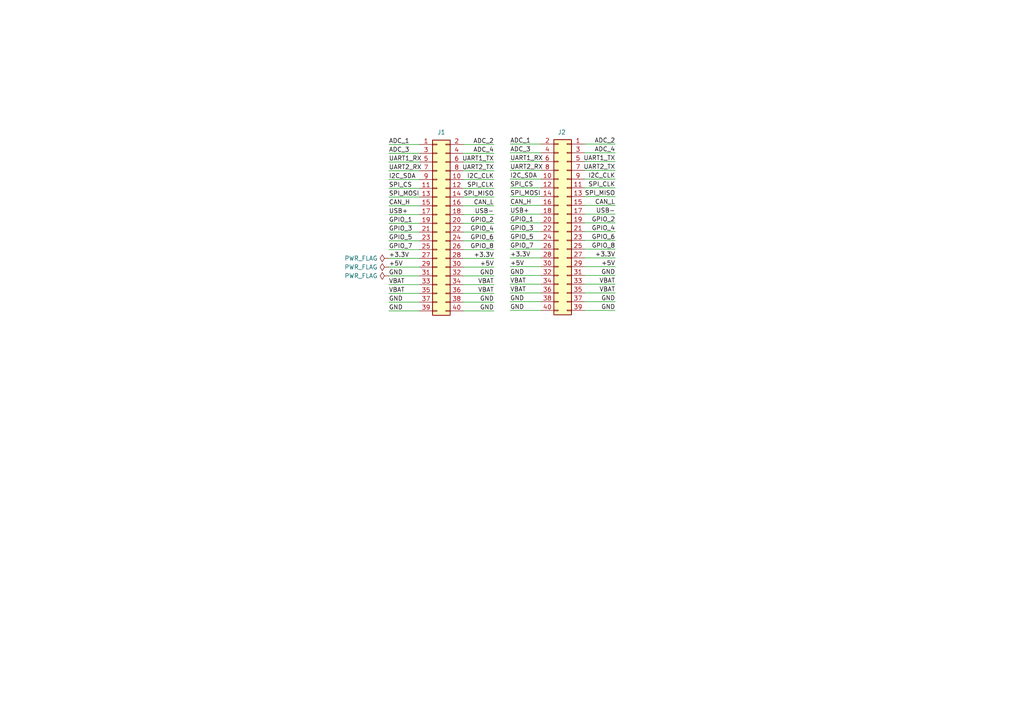
<source format=kicad_sch>
(kicad_sch (version 20230121) (generator eeschema)

  (uuid 988ee502-8596-4ebe-9b99-0eb76e7d156a)

  (paper "A4")

  (lib_symbols
    (symbol "Connector_Generic:Conn_02x20_Odd_Even" (pin_names (offset 1.016) hide) (in_bom yes) (on_board yes)
      (property "Reference" "J" (at 1.27 25.4 0)
        (effects (font (size 1.27 1.27)))
      )
      (property "Value" "Conn_02x20_Odd_Even" (at 1.27 -27.94 0)
        (effects (font (size 1.27 1.27)))
      )
      (property "Footprint" "" (at 0 0 0)
        (effects (font (size 1.27 1.27)) hide)
      )
      (property "Datasheet" "~" (at 0 0 0)
        (effects (font (size 1.27 1.27)) hide)
      )
      (property "ki_keywords" "connector" (at 0 0 0)
        (effects (font (size 1.27 1.27)) hide)
      )
      (property "ki_description" "Generic connector, double row, 02x20, odd/even pin numbering scheme (row 1 odd numbers, row 2 even numbers), script generated (kicad-library-utils/schlib/autogen/connector/)" (at 0 0 0)
        (effects (font (size 1.27 1.27)) hide)
      )
      (property "ki_fp_filters" "Connector*:*_2x??_*" (at 0 0 0)
        (effects (font (size 1.27 1.27)) hide)
      )
      (symbol "Conn_02x20_Odd_Even_1_1"
        (rectangle (start -1.27 -25.273) (end 0 -25.527)
          (stroke (width 0.1524) (type default))
          (fill (type none))
        )
        (rectangle (start -1.27 -22.733) (end 0 -22.987)
          (stroke (width 0.1524) (type default))
          (fill (type none))
        )
        (rectangle (start -1.27 -20.193) (end 0 -20.447)
          (stroke (width 0.1524) (type default))
          (fill (type none))
        )
        (rectangle (start -1.27 -17.653) (end 0 -17.907)
          (stroke (width 0.1524) (type default))
          (fill (type none))
        )
        (rectangle (start -1.27 -15.113) (end 0 -15.367)
          (stroke (width 0.1524) (type default))
          (fill (type none))
        )
        (rectangle (start -1.27 -12.573) (end 0 -12.827)
          (stroke (width 0.1524) (type default))
          (fill (type none))
        )
        (rectangle (start -1.27 -10.033) (end 0 -10.287)
          (stroke (width 0.1524) (type default))
          (fill (type none))
        )
        (rectangle (start -1.27 -7.493) (end 0 -7.747)
          (stroke (width 0.1524) (type default))
          (fill (type none))
        )
        (rectangle (start -1.27 -4.953) (end 0 -5.207)
          (stroke (width 0.1524) (type default))
          (fill (type none))
        )
        (rectangle (start -1.27 -2.413) (end 0 -2.667)
          (stroke (width 0.1524) (type default))
          (fill (type none))
        )
        (rectangle (start -1.27 0.127) (end 0 -0.127)
          (stroke (width 0.1524) (type default))
          (fill (type none))
        )
        (rectangle (start -1.27 2.667) (end 0 2.413)
          (stroke (width 0.1524) (type default))
          (fill (type none))
        )
        (rectangle (start -1.27 5.207) (end 0 4.953)
          (stroke (width 0.1524) (type default))
          (fill (type none))
        )
        (rectangle (start -1.27 7.747) (end 0 7.493)
          (stroke (width 0.1524) (type default))
          (fill (type none))
        )
        (rectangle (start -1.27 10.287) (end 0 10.033)
          (stroke (width 0.1524) (type default))
          (fill (type none))
        )
        (rectangle (start -1.27 12.827) (end 0 12.573)
          (stroke (width 0.1524) (type default))
          (fill (type none))
        )
        (rectangle (start -1.27 15.367) (end 0 15.113)
          (stroke (width 0.1524) (type default))
          (fill (type none))
        )
        (rectangle (start -1.27 17.907) (end 0 17.653)
          (stroke (width 0.1524) (type default))
          (fill (type none))
        )
        (rectangle (start -1.27 20.447) (end 0 20.193)
          (stroke (width 0.1524) (type default))
          (fill (type none))
        )
        (rectangle (start -1.27 22.987) (end 0 22.733)
          (stroke (width 0.1524) (type default))
          (fill (type none))
        )
        (rectangle (start -1.27 24.13) (end 3.81 -26.67)
          (stroke (width 0.254) (type default))
          (fill (type background))
        )
        (rectangle (start 3.81 -25.273) (end 2.54 -25.527)
          (stroke (width 0.1524) (type default))
          (fill (type none))
        )
        (rectangle (start 3.81 -22.733) (end 2.54 -22.987)
          (stroke (width 0.1524) (type default))
          (fill (type none))
        )
        (rectangle (start 3.81 -20.193) (end 2.54 -20.447)
          (stroke (width 0.1524) (type default))
          (fill (type none))
        )
        (rectangle (start 3.81 -17.653) (end 2.54 -17.907)
          (stroke (width 0.1524) (type default))
          (fill (type none))
        )
        (rectangle (start 3.81 -15.113) (end 2.54 -15.367)
          (stroke (width 0.1524) (type default))
          (fill (type none))
        )
        (rectangle (start 3.81 -12.573) (end 2.54 -12.827)
          (stroke (width 0.1524) (type default))
          (fill (type none))
        )
        (rectangle (start 3.81 -10.033) (end 2.54 -10.287)
          (stroke (width 0.1524) (type default))
          (fill (type none))
        )
        (rectangle (start 3.81 -7.493) (end 2.54 -7.747)
          (stroke (width 0.1524) (type default))
          (fill (type none))
        )
        (rectangle (start 3.81 -4.953) (end 2.54 -5.207)
          (stroke (width 0.1524) (type default))
          (fill (type none))
        )
        (rectangle (start 3.81 -2.413) (end 2.54 -2.667)
          (stroke (width 0.1524) (type default))
          (fill (type none))
        )
        (rectangle (start 3.81 0.127) (end 2.54 -0.127)
          (stroke (width 0.1524) (type default))
          (fill (type none))
        )
        (rectangle (start 3.81 2.667) (end 2.54 2.413)
          (stroke (width 0.1524) (type default))
          (fill (type none))
        )
        (rectangle (start 3.81 5.207) (end 2.54 4.953)
          (stroke (width 0.1524) (type default))
          (fill (type none))
        )
        (rectangle (start 3.81 7.747) (end 2.54 7.493)
          (stroke (width 0.1524) (type default))
          (fill (type none))
        )
        (rectangle (start 3.81 10.287) (end 2.54 10.033)
          (stroke (width 0.1524) (type default))
          (fill (type none))
        )
        (rectangle (start 3.81 12.827) (end 2.54 12.573)
          (stroke (width 0.1524) (type default))
          (fill (type none))
        )
        (rectangle (start 3.81 15.367) (end 2.54 15.113)
          (stroke (width 0.1524) (type default))
          (fill (type none))
        )
        (rectangle (start 3.81 17.907) (end 2.54 17.653)
          (stroke (width 0.1524) (type default))
          (fill (type none))
        )
        (rectangle (start 3.81 20.447) (end 2.54 20.193)
          (stroke (width 0.1524) (type default))
          (fill (type none))
        )
        (rectangle (start 3.81 22.987) (end 2.54 22.733)
          (stroke (width 0.1524) (type default))
          (fill (type none))
        )
        (pin passive line (at -5.08 22.86 0) (length 3.81)
          (name "Pin_1" (effects (font (size 1.27 1.27))))
          (number "1" (effects (font (size 1.27 1.27))))
        )
        (pin passive line (at 7.62 12.7 180) (length 3.81)
          (name "Pin_10" (effects (font (size 1.27 1.27))))
          (number "10" (effects (font (size 1.27 1.27))))
        )
        (pin passive line (at -5.08 10.16 0) (length 3.81)
          (name "Pin_11" (effects (font (size 1.27 1.27))))
          (number "11" (effects (font (size 1.27 1.27))))
        )
        (pin passive line (at 7.62 10.16 180) (length 3.81)
          (name "Pin_12" (effects (font (size 1.27 1.27))))
          (number "12" (effects (font (size 1.27 1.27))))
        )
        (pin passive line (at -5.08 7.62 0) (length 3.81)
          (name "Pin_13" (effects (font (size 1.27 1.27))))
          (number "13" (effects (font (size 1.27 1.27))))
        )
        (pin passive line (at 7.62 7.62 180) (length 3.81)
          (name "Pin_14" (effects (font (size 1.27 1.27))))
          (number "14" (effects (font (size 1.27 1.27))))
        )
        (pin passive line (at -5.08 5.08 0) (length 3.81)
          (name "Pin_15" (effects (font (size 1.27 1.27))))
          (number "15" (effects (font (size 1.27 1.27))))
        )
        (pin passive line (at 7.62 5.08 180) (length 3.81)
          (name "Pin_16" (effects (font (size 1.27 1.27))))
          (number "16" (effects (font (size 1.27 1.27))))
        )
        (pin passive line (at -5.08 2.54 0) (length 3.81)
          (name "Pin_17" (effects (font (size 1.27 1.27))))
          (number "17" (effects (font (size 1.27 1.27))))
        )
        (pin passive line (at 7.62 2.54 180) (length 3.81)
          (name "Pin_18" (effects (font (size 1.27 1.27))))
          (number "18" (effects (font (size 1.27 1.27))))
        )
        (pin passive line (at -5.08 0 0) (length 3.81)
          (name "Pin_19" (effects (font (size 1.27 1.27))))
          (number "19" (effects (font (size 1.27 1.27))))
        )
        (pin passive line (at 7.62 22.86 180) (length 3.81)
          (name "Pin_2" (effects (font (size 1.27 1.27))))
          (number "2" (effects (font (size 1.27 1.27))))
        )
        (pin passive line (at 7.62 0 180) (length 3.81)
          (name "Pin_20" (effects (font (size 1.27 1.27))))
          (number "20" (effects (font (size 1.27 1.27))))
        )
        (pin passive line (at -5.08 -2.54 0) (length 3.81)
          (name "Pin_21" (effects (font (size 1.27 1.27))))
          (number "21" (effects (font (size 1.27 1.27))))
        )
        (pin passive line (at 7.62 -2.54 180) (length 3.81)
          (name "Pin_22" (effects (font (size 1.27 1.27))))
          (number "22" (effects (font (size 1.27 1.27))))
        )
        (pin passive line (at -5.08 -5.08 0) (length 3.81)
          (name "Pin_23" (effects (font (size 1.27 1.27))))
          (number "23" (effects (font (size 1.27 1.27))))
        )
        (pin passive line (at 7.62 -5.08 180) (length 3.81)
          (name "Pin_24" (effects (font (size 1.27 1.27))))
          (number "24" (effects (font (size 1.27 1.27))))
        )
        (pin passive line (at -5.08 -7.62 0) (length 3.81)
          (name "Pin_25" (effects (font (size 1.27 1.27))))
          (number "25" (effects (font (size 1.27 1.27))))
        )
        (pin passive line (at 7.62 -7.62 180) (length 3.81)
          (name "Pin_26" (effects (font (size 1.27 1.27))))
          (number "26" (effects (font (size 1.27 1.27))))
        )
        (pin passive line (at -5.08 -10.16 0) (length 3.81)
          (name "Pin_27" (effects (font (size 1.27 1.27))))
          (number "27" (effects (font (size 1.27 1.27))))
        )
        (pin passive line (at 7.62 -10.16 180) (length 3.81)
          (name "Pin_28" (effects (font (size 1.27 1.27))))
          (number "28" (effects (font (size 1.27 1.27))))
        )
        (pin passive line (at -5.08 -12.7 0) (length 3.81)
          (name "Pin_29" (effects (font (size 1.27 1.27))))
          (number "29" (effects (font (size 1.27 1.27))))
        )
        (pin passive line (at -5.08 20.32 0) (length 3.81)
          (name "Pin_3" (effects (font (size 1.27 1.27))))
          (number "3" (effects (font (size 1.27 1.27))))
        )
        (pin passive line (at 7.62 -12.7 180) (length 3.81)
          (name "Pin_30" (effects (font (size 1.27 1.27))))
          (number "30" (effects (font (size 1.27 1.27))))
        )
        (pin passive line (at -5.08 -15.24 0) (length 3.81)
          (name "Pin_31" (effects (font (size 1.27 1.27))))
          (number "31" (effects (font (size 1.27 1.27))))
        )
        (pin passive line (at 7.62 -15.24 180) (length 3.81)
          (name "Pin_32" (effects (font (size 1.27 1.27))))
          (number "32" (effects (font (size 1.27 1.27))))
        )
        (pin passive line (at -5.08 -17.78 0) (length 3.81)
          (name "Pin_33" (effects (font (size 1.27 1.27))))
          (number "33" (effects (font (size 1.27 1.27))))
        )
        (pin passive line (at 7.62 -17.78 180) (length 3.81)
          (name "Pin_34" (effects (font (size 1.27 1.27))))
          (number "34" (effects (font (size 1.27 1.27))))
        )
        (pin passive line (at -5.08 -20.32 0) (length 3.81)
          (name "Pin_35" (effects (font (size 1.27 1.27))))
          (number "35" (effects (font (size 1.27 1.27))))
        )
        (pin passive line (at 7.62 -20.32 180) (length 3.81)
          (name "Pin_36" (effects (font (size 1.27 1.27))))
          (number "36" (effects (font (size 1.27 1.27))))
        )
        (pin passive line (at -5.08 -22.86 0) (length 3.81)
          (name "Pin_37" (effects (font (size 1.27 1.27))))
          (number "37" (effects (font (size 1.27 1.27))))
        )
        (pin passive line (at 7.62 -22.86 180) (length 3.81)
          (name "Pin_38" (effects (font (size 1.27 1.27))))
          (number "38" (effects (font (size 1.27 1.27))))
        )
        (pin passive line (at -5.08 -25.4 0) (length 3.81)
          (name "Pin_39" (effects (font (size 1.27 1.27))))
          (number "39" (effects (font (size 1.27 1.27))))
        )
        (pin passive line (at 7.62 20.32 180) (length 3.81)
          (name "Pin_4" (effects (font (size 1.27 1.27))))
          (number "4" (effects (font (size 1.27 1.27))))
        )
        (pin passive line (at 7.62 -25.4 180) (length 3.81)
          (name "Pin_40" (effects (font (size 1.27 1.27))))
          (number "40" (effects (font (size 1.27 1.27))))
        )
        (pin passive line (at -5.08 17.78 0) (length 3.81)
          (name "Pin_5" (effects (font (size 1.27 1.27))))
          (number "5" (effects (font (size 1.27 1.27))))
        )
        (pin passive line (at 7.62 17.78 180) (length 3.81)
          (name "Pin_6" (effects (font (size 1.27 1.27))))
          (number "6" (effects (font (size 1.27 1.27))))
        )
        (pin passive line (at -5.08 15.24 0) (length 3.81)
          (name "Pin_7" (effects (font (size 1.27 1.27))))
          (number "7" (effects (font (size 1.27 1.27))))
        )
        (pin passive line (at 7.62 15.24 180) (length 3.81)
          (name "Pin_8" (effects (font (size 1.27 1.27))))
          (number "8" (effects (font (size 1.27 1.27))))
        )
        (pin passive line (at -5.08 12.7 0) (length 3.81)
          (name "Pin_9" (effects (font (size 1.27 1.27))))
          (number "9" (effects (font (size 1.27 1.27))))
        )
      )
    )
    (symbol "power:PWR_FLAG" (power) (pin_numbers hide) (pin_names (offset 0) hide) (in_bom yes) (on_board yes)
      (property "Reference" "#FLG" (at 0 1.905 0)
        (effects (font (size 1.27 1.27)) hide)
      )
      (property "Value" "PWR_FLAG" (at 0 3.81 0)
        (effects (font (size 1.27 1.27)))
      )
      (property "Footprint" "" (at 0 0 0)
        (effects (font (size 1.27 1.27)) hide)
      )
      (property "Datasheet" "~" (at 0 0 0)
        (effects (font (size 1.27 1.27)) hide)
      )
      (property "ki_keywords" "flag power" (at 0 0 0)
        (effects (font (size 1.27 1.27)) hide)
      )
      (property "ki_description" "Special symbol for telling ERC where power comes from" (at 0 0 0)
        (effects (font (size 1.27 1.27)) hide)
      )
      (symbol "PWR_FLAG_0_0"
        (pin power_out line (at 0 0 90) (length 0)
          (name "pwr" (effects (font (size 1.27 1.27))))
          (number "1" (effects (font (size 1.27 1.27))))
        )
      )
      (symbol "PWR_FLAG_0_1"
        (polyline
          (pts
            (xy 0 0)
            (xy 0 1.27)
            (xy -1.016 1.905)
            (xy 0 2.54)
            (xy 1.016 1.905)
            (xy 0 1.27)
          )
          (stroke (width 0) (type default))
          (fill (type none))
        )
      )
    )
  )


  (wire (pts (xy 147.955 90.043) (xy 156.845 90.043))
    (stroke (width 0) (type default))
    (uuid 019aafce-8cd4-4866-8fcc-63342892204c)
  )
  (wire (pts (xy 178.435 44.323) (xy 169.545 44.323))
    (stroke (width 0) (type default))
    (uuid 0857c40b-ebde-492c-8f73-5e1a50d799f9)
  )
  (wire (pts (xy 112.776 44.45) (xy 121.666 44.45))
    (stroke (width 0) (type default))
    (uuid 121d5ce6-df69-44e5-a6da-caa1cb5a0820)
  )
  (wire (pts (xy 147.955 72.263) (xy 156.845 72.263))
    (stroke (width 0) (type default))
    (uuid 126c2fdc-7888-4c68-8fd8-aca72f91e1f8)
  )
  (wire (pts (xy 178.435 62.103) (xy 169.545 62.103))
    (stroke (width 0) (type default))
    (uuid 15525732-e111-4bf8-a9c0-16caecf172ea)
  )
  (wire (pts (xy 143.256 82.55) (xy 134.366 82.55))
    (stroke (width 0) (type default))
    (uuid 2195f231-83e8-497c-b419-7cd1886ac6a3)
  )
  (wire (pts (xy 147.955 41.783) (xy 156.845 41.783))
    (stroke (width 0) (type default))
    (uuid 2edb88c2-5683-4be9-9f53-4e7a09cfadf0)
  )
  (wire (pts (xy 178.435 82.423) (xy 169.545 82.423))
    (stroke (width 0) (type default))
    (uuid 35c463c7-899a-49f3-ac18-507738690d43)
  )
  (wire (pts (xy 178.435 57.023) (xy 169.545 57.023))
    (stroke (width 0) (type default))
    (uuid 35e67bde-4842-487f-b141-6aaf69b10594)
  )
  (wire (pts (xy 143.256 64.77) (xy 134.366 64.77))
    (stroke (width 0) (type default))
    (uuid 35f52372-0424-41e9-b3a1-d5d56431edf2)
  )
  (wire (pts (xy 112.776 59.69) (xy 121.666 59.69))
    (stroke (width 0) (type default))
    (uuid 3971e7b1-8ca7-4b67-a549-d48449884ff7)
  )
  (wire (pts (xy 143.256 54.61) (xy 134.366 54.61))
    (stroke (width 0) (type default))
    (uuid 3ab01330-0f28-40cc-94b8-60b847d3bd8f)
  )
  (wire (pts (xy 112.776 85.09) (xy 121.666 85.09))
    (stroke (width 0) (type default))
    (uuid 3d7ab6df-338b-428f-a1df-d54f22b22153)
  )
  (wire (pts (xy 112.776 72.39) (xy 121.666 72.39))
    (stroke (width 0) (type default))
    (uuid 3f6e4df5-f81b-46b3-98b9-9ecfa674ac0b)
  )
  (wire (pts (xy 178.435 64.643) (xy 169.545 64.643))
    (stroke (width 0) (type default))
    (uuid 4100cea3-4584-4e0f-9f82-c3e7b678ad88)
  )
  (wire (pts (xy 178.435 41.783) (xy 169.545 41.783))
    (stroke (width 0) (type default))
    (uuid 41caa600-acbc-4ea7-9b11-f667c15ae2c5)
  )
  (wire (pts (xy 147.955 57.023) (xy 156.845 57.023))
    (stroke (width 0) (type default))
    (uuid 46a962b1-75a8-4114-a23a-aea216ab6ed0)
  )
  (wire (pts (xy 178.435 72.263) (xy 169.545 72.263))
    (stroke (width 0) (type default))
    (uuid 4d9815a7-e5f7-407c-b767-539c8e53ef7f)
  )
  (wire (pts (xy 112.776 57.15) (xy 121.666 57.15))
    (stroke (width 0) (type default))
    (uuid 50f5a23b-acaa-4dd5-b049-a8b6dc1a6c20)
  )
  (wire (pts (xy 143.256 67.31) (xy 134.366 67.31))
    (stroke (width 0) (type default))
    (uuid 526282b2-3901-4311-ab4e-d675a142d661)
  )
  (wire (pts (xy 147.955 74.803) (xy 156.845 74.803))
    (stroke (width 0) (type default))
    (uuid 5b69f10c-488e-493b-acec-c97d6c048d02)
  )
  (wire (pts (xy 178.435 51.943) (xy 169.545 51.943))
    (stroke (width 0) (type default))
    (uuid 5c47a10b-cf1a-4b85-b3f7-b5fb6ee9418b)
  )
  (wire (pts (xy 112.776 69.85) (xy 121.666 69.85))
    (stroke (width 0) (type default))
    (uuid 5d8ea926-f8bf-4aa3-8209-52bbab9af890)
  )
  (wire (pts (xy 147.955 87.503) (xy 156.845 87.503))
    (stroke (width 0) (type default))
    (uuid 5f37152f-9f8d-4a05-a4ed-63c931f188e3)
  )
  (wire (pts (xy 147.955 77.343) (xy 156.845 77.343))
    (stroke (width 0) (type default))
    (uuid 5f41b72f-ee8a-4de9-8504-96a521bfb0e9)
  )
  (wire (pts (xy 112.776 54.61) (xy 121.666 54.61))
    (stroke (width 0) (type default))
    (uuid 5fe68c06-cc17-430c-ac4c-aa986aa04eb2)
  )
  (wire (pts (xy 143.256 59.69) (xy 134.366 59.69))
    (stroke (width 0) (type default))
    (uuid 607c89d8-ca95-43eb-872c-3028740720ae)
  )
  (wire (pts (xy 143.256 85.09) (xy 134.366 85.09))
    (stroke (width 0) (type default))
    (uuid 69a98471-b1f3-42cb-bc4b-34e48e2ccf90)
  )
  (wire (pts (xy 112.776 67.31) (xy 121.666 67.31))
    (stroke (width 0) (type default))
    (uuid 6b4d7b5e-4e19-4778-9503-7d0f69f5464c)
  )
  (wire (pts (xy 147.955 49.403) (xy 156.845 49.403))
    (stroke (width 0) (type default))
    (uuid 7043e214-1385-42e4-8da4-284ad6fd0a2f)
  )
  (wire (pts (xy 147.955 46.863) (xy 156.845 46.863))
    (stroke (width 0) (type default))
    (uuid 72f43742-b6a0-4440-8ebc-5bcc492a1e77)
  )
  (wire (pts (xy 178.435 49.403) (xy 169.545 49.403))
    (stroke (width 0) (type default))
    (uuid 7439d059-8431-4d4c-b144-b8c63b938efe)
  )
  (wire (pts (xy 178.435 46.863) (xy 169.545 46.863))
    (stroke (width 0) (type default))
    (uuid 7451f06f-8d18-40ec-8c18-580c1cbb1b15)
  )
  (wire (pts (xy 112.776 80.01) (xy 121.666 80.01))
    (stroke (width 0) (type default))
    (uuid 80ef37a7-920f-4df4-a963-a617f2f6e9ce)
  )
  (wire (pts (xy 147.955 54.483) (xy 156.845 54.483))
    (stroke (width 0) (type default))
    (uuid 80fd41fe-9af2-4824-a62f-be3fe2174c04)
  )
  (wire (pts (xy 112.776 82.55) (xy 121.666 82.55))
    (stroke (width 0) (type default))
    (uuid 8227b76c-c4ac-4c18-90ca-01397c3bab3a)
  )
  (wire (pts (xy 178.435 69.723) (xy 169.545 69.723))
    (stroke (width 0) (type default))
    (uuid 85ee9fda-fba4-485a-9a53-9d301c60aa0a)
  )
  (wire (pts (xy 178.435 59.563) (xy 169.545 59.563))
    (stroke (width 0) (type default))
    (uuid 8be6aa91-20a0-4de1-a208-a27d126e8ce0)
  )
  (wire (pts (xy 143.256 69.85) (xy 134.366 69.85))
    (stroke (width 0) (type default))
    (uuid 9151d54c-f474-469e-acab-be6cfaac4b8d)
  )
  (wire (pts (xy 178.435 84.963) (xy 169.545 84.963))
    (stroke (width 0) (type default))
    (uuid 923a0741-7664-4c0c-b8f0-37905dc83f5c)
  )
  (wire (pts (xy 112.776 74.93) (xy 121.666 74.93))
    (stroke (width 0) (type default))
    (uuid 93472be8-473c-456d-8a88-491aaf9b0ba1)
  )
  (wire (pts (xy 143.256 77.47) (xy 134.366 77.47))
    (stroke (width 0) (type default))
    (uuid 9d44e1f2-56c8-446b-96e5-5e2d9a9d7f46)
  )
  (wire (pts (xy 112.776 41.91) (xy 121.666 41.91))
    (stroke (width 0) (type default))
    (uuid 9d715b28-d4e8-493c-848a-f01c19d39d40)
  )
  (wire (pts (xy 143.256 41.91) (xy 134.366 41.91))
    (stroke (width 0) (type default))
    (uuid 9f28294d-6ab5-4450-823d-b0188cc6fe74)
  )
  (wire (pts (xy 147.955 59.563) (xy 156.845 59.563))
    (stroke (width 0) (type default))
    (uuid a0ec73b0-ef04-4d53-b9ca-dcaaae3c4615)
  )
  (wire (pts (xy 143.256 90.17) (xy 134.366 90.17))
    (stroke (width 0) (type default))
    (uuid a166468d-9865-4095-9b6a-6c4bcd53f0e0)
  )
  (wire (pts (xy 178.435 54.483) (xy 169.545 54.483))
    (stroke (width 0) (type default))
    (uuid a5825f91-567b-41dc-abf9-d7f31b1bf820)
  )
  (wire (pts (xy 147.955 64.643) (xy 156.845 64.643))
    (stroke (width 0) (type default))
    (uuid a81438ae-dcea-478e-9c97-89260800be30)
  )
  (wire (pts (xy 178.435 67.183) (xy 169.545 67.183))
    (stroke (width 0) (type default))
    (uuid a962cb5c-b974-4f1d-aeb1-9af41ddb2b77)
  )
  (wire (pts (xy 143.256 62.23) (xy 134.366 62.23))
    (stroke (width 0) (type default))
    (uuid abee216a-8bfb-4ea3-8c60-50a30523530a)
  )
  (wire (pts (xy 143.256 87.63) (xy 134.366 87.63))
    (stroke (width 0) (type default))
    (uuid b0080b60-f0c5-4612-a528-d360f3ff2c06)
  )
  (wire (pts (xy 147.955 69.723) (xy 156.845 69.723))
    (stroke (width 0) (type default))
    (uuid b4f62389-a185-4ef2-bff7-bc8b9dff7f71)
  )
  (wire (pts (xy 143.256 72.39) (xy 134.366 72.39))
    (stroke (width 0) (type default))
    (uuid b94f4eeb-b5b1-4061-abd6-a9dce0f49fea)
  )
  (wire (pts (xy 178.435 90.043) (xy 169.545 90.043))
    (stroke (width 0) (type default))
    (uuid ba3a2e6a-6341-4e64-bc35-911c73b14c32)
  )
  (wire (pts (xy 143.256 44.45) (xy 134.366 44.45))
    (stroke (width 0) (type default))
    (uuid be01367f-145f-4994-a057-d6bacbe0daf7)
  )
  (wire (pts (xy 143.256 74.93) (xy 134.366 74.93))
    (stroke (width 0) (type default))
    (uuid be6aa8eb-f89e-49f7-b428-91d3dc2e704e)
  )
  (wire (pts (xy 147.955 44.323) (xy 156.845 44.323))
    (stroke (width 0) (type default))
    (uuid bf5ddb39-cf8b-498c-8a2a-266808489881)
  )
  (wire (pts (xy 112.776 52.07) (xy 121.666 52.07))
    (stroke (width 0) (type default))
    (uuid c21ad672-0beb-44ef-81ad-5485e2035733)
  )
  (wire (pts (xy 143.256 52.07) (xy 134.366 52.07))
    (stroke (width 0) (type default))
    (uuid c5c03a11-9e7f-4dfd-90e0-f22e264e68e9)
  )
  (wire (pts (xy 112.776 90.17) (xy 121.666 90.17))
    (stroke (width 0) (type default))
    (uuid c84270ee-5903-40d5-8bd8-55f7ceb0d454)
  )
  (wire (pts (xy 112.776 64.77) (xy 121.666 64.77))
    (stroke (width 0) (type default))
    (uuid cec0929d-c3a2-421c-9399-35d26b82ff83)
  )
  (wire (pts (xy 147.955 84.963) (xy 156.845 84.963))
    (stroke (width 0) (type default))
    (uuid cee89440-988f-474a-82e9-d04bf1a75cc9)
  )
  (wire (pts (xy 112.776 46.99) (xy 121.666 46.99))
    (stroke (width 0) (type default))
    (uuid cf38a7f0-d577-4a4d-b8ab-ea7ac24c2c9a)
  )
  (wire (pts (xy 178.435 74.803) (xy 169.545 74.803))
    (stroke (width 0) (type default))
    (uuid da4dfceb-5abb-4fc8-a80a-09cb41869b56)
  )
  (wire (pts (xy 112.776 49.53) (xy 121.666 49.53))
    (stroke (width 0) (type default))
    (uuid da5ac450-d503-48af-9cd7-5e21cb0c39ac)
  )
  (wire (pts (xy 147.955 79.883) (xy 156.845 79.883))
    (stroke (width 0) (type default))
    (uuid e1a43d4a-7785-4e45-aab1-53abe549121d)
  )
  (wire (pts (xy 112.776 62.23) (xy 121.666 62.23))
    (stroke (width 0) (type default))
    (uuid e769c896-9ea0-4450-883c-fbec363f6def)
  )
  (wire (pts (xy 178.435 79.883) (xy 169.545 79.883))
    (stroke (width 0) (type default))
    (uuid e78de41a-74b8-498d-a68d-2a59291cd70e)
  )
  (wire (pts (xy 147.955 67.183) (xy 156.845 67.183))
    (stroke (width 0) (type default))
    (uuid e7deb4bd-9acf-4203-aff1-bf4e3653963c)
  )
  (wire (pts (xy 147.955 82.423) (xy 156.845 82.423))
    (stroke (width 0) (type default))
    (uuid ec18444f-6606-49c6-a302-79f2ac1b8357)
  )
  (wire (pts (xy 178.435 77.343) (xy 169.545 77.343))
    (stroke (width 0) (type default))
    (uuid eca65570-a738-41a0-8184-cc2abba99447)
  )
  (wire (pts (xy 147.955 51.943) (xy 156.845 51.943))
    (stroke (width 0) (type default))
    (uuid ecf5fd30-0b46-4dd3-b5fa-5ab31d8a49bc)
  )
  (wire (pts (xy 112.776 77.47) (xy 121.666 77.47))
    (stroke (width 0) (type default))
    (uuid ed4d3bc4-82c6-4033-826b-7f9477865ff1)
  )
  (wire (pts (xy 112.776 87.63) (xy 121.666 87.63))
    (stroke (width 0) (type default))
    (uuid edf1693e-6829-4f2d-8cac-d62bcce5be52)
  )
  (wire (pts (xy 143.256 57.15) (xy 134.366 57.15))
    (stroke (width 0) (type default))
    (uuid ee5e8654-18d5-415f-ad88-659f9c373ee8)
  )
  (wire (pts (xy 147.955 62.103) (xy 156.845 62.103))
    (stroke (width 0) (type default))
    (uuid f0bd7750-39e1-42af-a3d6-d57129faac12)
  )
  (wire (pts (xy 178.435 87.503) (xy 169.545 87.503))
    (stroke (width 0) (type default))
    (uuid f2ae403e-bde7-43cd-9b66-d4ce43a3eb89)
  )
  (wire (pts (xy 143.256 46.99) (xy 134.366 46.99))
    (stroke (width 0) (type default))
    (uuid f48a8cfa-0cc0-4214-95e4-b16a1c4ac936)
  )
  (wire (pts (xy 143.256 49.53) (xy 134.366 49.53))
    (stroke (width 0) (type default))
    (uuid f49512ec-029c-47fa-b3f1-1e1f96c2e11d)
  )
  (wire (pts (xy 143.256 80.01) (xy 134.366 80.01))
    (stroke (width 0) (type default))
    (uuid f5166c6b-6153-4040-b626-8d5da15d9c6c)
  )

  (label "+5V" (at 143.256 77.47 180) (fields_autoplaced)
    (effects (font (size 1.27 1.27)) (justify right bottom))
    (uuid 00bad110-7f3e-4cd0-aa1e-3036e95ce1df)
  )
  (label "ADC_1" (at 147.955 41.783 0) (fields_autoplaced)
    (effects (font (size 1.27 1.27)) (justify left bottom))
    (uuid 0a4027ea-a1d9-4aa1-a76a-d057825e80d3)
  )
  (label "SPI_CS" (at 112.776 54.61 0) (fields_autoplaced)
    (effects (font (size 1.27 1.27)) (justify left bottom))
    (uuid 0bcdde2d-cc45-4f76-b382-9db41dca4721)
  )
  (label "GND" (at 143.256 87.63 180) (fields_autoplaced)
    (effects (font (size 1.27 1.27)) (justify right bottom))
    (uuid 0c38dbf4-cb08-4ccd-9fc3-28a2658708a2)
  )
  (label "USB+" (at 112.776 62.23 0) (fields_autoplaced)
    (effects (font (size 1.27 1.27)) (justify left bottom))
    (uuid 0cf10683-6964-407b-add7-eaa6eb292369)
  )
  (label "VBAT" (at 147.955 82.423 0) (fields_autoplaced)
    (effects (font (size 1.27 1.27)) (justify left bottom))
    (uuid 0f03f9fb-20c9-4635-9269-9097fcfb8d5a)
  )
  (label "SPI_MOSI" (at 147.955 57.023 0) (fields_autoplaced)
    (effects (font (size 1.27 1.27)) (justify left bottom))
    (uuid 0f672acd-c0cb-42dd-8596-ea35b089897c)
  )
  (label "I2C_CLK" (at 178.435 51.943 180) (fields_autoplaced)
    (effects (font (size 1.27 1.27)) (justify right bottom))
    (uuid 10ed8457-829f-4716-9ea0-453bee15587f)
  )
  (label "GPIO_1" (at 147.955 64.643 0) (fields_autoplaced)
    (effects (font (size 1.27 1.27)) (justify left bottom))
    (uuid 17911063-0533-46e1-b46b-e69ec78b20fd)
  )
  (label "GND" (at 147.955 79.883 0) (fields_autoplaced)
    (effects (font (size 1.27 1.27)) (justify left bottom))
    (uuid 17accbfc-d69d-4227-9c77-6db7d495a9e5)
  )
  (label "GPIO_2" (at 143.256 64.77 180) (fields_autoplaced)
    (effects (font (size 1.27 1.27)) (justify right bottom))
    (uuid 17b91261-03a1-4824-916a-182d4d12f4c6)
  )
  (label "UART2_RX" (at 147.955 49.403 0) (fields_autoplaced)
    (effects (font (size 1.27 1.27)) (justify left bottom))
    (uuid 1b74c7e5-24e9-4d9b-9833-f2ae5b05d96d)
  )
  (label "+3.3V" (at 143.256 74.93 180) (fields_autoplaced)
    (effects (font (size 1.27 1.27)) (justify right bottom))
    (uuid 206cdebc-ef91-471c-8f8b-efbc263a02a6)
  )
  (label "VBAT" (at 112.776 85.09 0) (fields_autoplaced)
    (effects (font (size 1.27 1.27)) (justify left bottom))
    (uuid 2b1e15e1-de0a-4e9f-a6c2-cbfb9d0417f1)
  )
  (label "I2C_SDA" (at 147.955 51.943 0) (fields_autoplaced)
    (effects (font (size 1.27 1.27)) (justify left bottom))
    (uuid 2c1f1b47-88d9-4e53-8dde-41aaf860b638)
  )
  (label "GPIO_1" (at 112.776 64.77 0) (fields_autoplaced)
    (effects (font (size 1.27 1.27)) (justify left bottom))
    (uuid 2c7b03b8-c590-4ec3-a804-3817fda100f7)
  )
  (label "CAN_L" (at 178.435 59.563 180) (fields_autoplaced)
    (effects (font (size 1.27 1.27)) (justify right bottom))
    (uuid 2f4755f8-7346-473b-8ded-6897a3ff0121)
  )
  (label "UART1_TX" (at 143.256 46.99 180) (fields_autoplaced)
    (effects (font (size 1.27 1.27)) (justify right bottom))
    (uuid 309f910b-3a5a-4753-a583-5409e35de977)
  )
  (label "ADC_2" (at 178.435 41.783 180) (fields_autoplaced)
    (effects (font (size 1.27 1.27)) (justify right bottom))
    (uuid 320c6688-d334-4943-b039-fbf128838105)
  )
  (label "ADC_3" (at 112.776 44.45 0) (fields_autoplaced)
    (effects (font (size 1.27 1.27)) (justify left bottom))
    (uuid 35d960bf-f112-46e7-8828-bbf077fc83fb)
  )
  (label "UART1_TX" (at 178.435 46.863 180) (fields_autoplaced)
    (effects (font (size 1.27 1.27)) (justify right bottom))
    (uuid 35f8fb05-8986-4229-8623-412123af8401)
  )
  (label "I2C_CLK" (at 143.256 52.07 180) (fields_autoplaced)
    (effects (font (size 1.27 1.27)) (justify right bottom))
    (uuid 3846936c-65d5-45b4-8257-8d12d6a27954)
  )
  (label "ADC_4" (at 143.256 44.45 180) (fields_autoplaced)
    (effects (font (size 1.27 1.27)) (justify right bottom))
    (uuid 38eea880-aca2-48a4-a28c-3d94518d471f)
  )
  (label "UART2_TX" (at 178.435 49.403 180) (fields_autoplaced)
    (effects (font (size 1.27 1.27)) (justify right bottom))
    (uuid 399a95a7-af86-450d-813f-4c56946a7f99)
  )
  (label "+3.3V" (at 178.435 74.803 180) (fields_autoplaced)
    (effects (font (size 1.27 1.27)) (justify right bottom))
    (uuid 3f29c458-5447-47b4-b9af-c8dc45cdd4ef)
  )
  (label "GPIO_5" (at 147.955 69.723 0) (fields_autoplaced)
    (effects (font (size 1.27 1.27)) (justify left bottom))
    (uuid 410628ec-f7f0-4cbd-8175-bd08e41ab2dd)
  )
  (label "GPIO_8" (at 143.256 72.39 180) (fields_autoplaced)
    (effects (font (size 1.27 1.27)) (justify right bottom))
    (uuid 49760998-e1fa-4fa9-8bf7-c63d133e3810)
  )
  (label "GND" (at 112.776 90.17 0) (fields_autoplaced)
    (effects (font (size 1.27 1.27)) (justify left bottom))
    (uuid 4ae29320-f593-4556-af46-f890f7b71a16)
  )
  (label "GPIO_7" (at 147.955 72.263 0) (fields_autoplaced)
    (effects (font (size 1.27 1.27)) (justify left bottom))
    (uuid 4d2f6269-2c3b-45d3-82bc-a67833bf5425)
  )
  (label "GPIO_4" (at 143.256 67.31 180) (fields_autoplaced)
    (effects (font (size 1.27 1.27)) (justify right bottom))
    (uuid 4f7364b1-4227-4706-86d3-3a808ca6db56)
  )
  (label "UART2_RX" (at 112.776 49.53 0) (fields_autoplaced)
    (effects (font (size 1.27 1.27)) (justify left bottom))
    (uuid 56dc2959-218a-402f-9e96-6f943dd352be)
  )
  (label "SPI_MISO" (at 178.435 57.023 180) (fields_autoplaced)
    (effects (font (size 1.27 1.27)) (justify right bottom))
    (uuid 59671b4e-a8bc-4a46-a7c1-a81b31f5bcc8)
  )
  (label "VBAT" (at 143.256 82.55 180) (fields_autoplaced)
    (effects (font (size 1.27 1.27)) (justify right bottom))
    (uuid 5c11b1e5-52fc-4cee-8ab5-c11725fc1012)
  )
  (label "GND" (at 147.955 90.043 0) (fields_autoplaced)
    (effects (font (size 1.27 1.27)) (justify left bottom))
    (uuid 5d58a8ea-916d-449b-ae5d-4e82e779e989)
  )
  (label "GPIO_5" (at 112.776 69.85 0) (fields_autoplaced)
    (effects (font (size 1.27 1.27)) (justify left bottom))
    (uuid 62683368-1633-47a2-8a24-86f120ea105b)
  )
  (label "VBAT" (at 147.955 84.963 0) (fields_autoplaced)
    (effects (font (size 1.27 1.27)) (justify left bottom))
    (uuid 637e34e9-2042-4e09-aa3a-711044135b23)
  )
  (label "VBAT" (at 178.435 82.423 180) (fields_autoplaced)
    (effects (font (size 1.27 1.27)) (justify right bottom))
    (uuid 640cdb5a-a39c-481c-9217-6c965257be54)
  )
  (label "GPIO_3" (at 147.955 67.183 0) (fields_autoplaced)
    (effects (font (size 1.27 1.27)) (justify left bottom))
    (uuid 650353ab-e9a7-453a-9bbf-b5dedd9ab7de)
  )
  (label "GPIO_7" (at 112.776 72.39 0) (fields_autoplaced)
    (effects (font (size 1.27 1.27)) (justify left bottom))
    (uuid 656cfa43-f0c4-4c93-9aa4-996bde103b7a)
  )
  (label "UART1_RX" (at 112.776 46.99 0) (fields_autoplaced)
    (effects (font (size 1.27 1.27)) (justify left bottom))
    (uuid 69049a7e-b253-4f34-8082-383d94002f63)
  )
  (label "SPI_MISO" (at 143.256 57.15 180) (fields_autoplaced)
    (effects (font (size 1.27 1.27)) (justify right bottom))
    (uuid 6a69d736-e404-4d2e-9404-6428b8119f64)
  )
  (label "SPI_MOSI" (at 112.776 57.15 0) (fields_autoplaced)
    (effects (font (size 1.27 1.27)) (justify left bottom))
    (uuid 6f438f7d-a217-40bd-9132-7d956b4bd3b6)
  )
  (label "GND" (at 143.256 90.17 180) (fields_autoplaced)
    (effects (font (size 1.27 1.27)) (justify right bottom))
    (uuid 71764e89-829b-407f-b2fa-38160271b3a8)
  )
  (label "GPIO_6" (at 178.435 69.723 180) (fields_autoplaced)
    (effects (font (size 1.27 1.27)) (justify right bottom))
    (uuid 718ad472-9a27-40e2-809e-928a3ace2649)
  )
  (label "+3.3V" (at 112.776 74.93 0) (fields_autoplaced)
    (effects (font (size 1.27 1.27)) (justify left bottom))
    (uuid 74392fbd-602e-4c6b-8021-6161e3c82dbe)
  )
  (label "CAN_H" (at 147.955 59.563 0) (fields_autoplaced)
    (effects (font (size 1.27 1.27)) (justify left bottom))
    (uuid 74506d53-a446-4dd4-b624-6fd20bcd5b04)
  )
  (label "GPIO_3" (at 112.776 67.31 0) (fields_autoplaced)
    (effects (font (size 1.27 1.27)) (justify left bottom))
    (uuid 78dbfdcc-3c73-4044-b048-fc8eae16ea22)
  )
  (label "+3.3V" (at 147.955 74.803 0) (fields_autoplaced)
    (effects (font (size 1.27 1.27)) (justify left bottom))
    (uuid 7d757ab4-ef2c-4a79-a84a-708a15fe62c9)
  )
  (label "VBAT" (at 143.256 85.09 180) (fields_autoplaced)
    (effects (font (size 1.27 1.27)) (justify right bottom))
    (uuid 7f54e456-3b3a-4b9c-9acc-eebfefffc676)
  )
  (label "VBAT" (at 178.435 84.963 180) (fields_autoplaced)
    (effects (font (size 1.27 1.27)) (justify right bottom))
    (uuid 818c562b-6988-480b-b9ef-4c713f774a05)
  )
  (label "GPIO_8" (at 178.435 72.263 180) (fields_autoplaced)
    (effects (font (size 1.27 1.27)) (justify right bottom))
    (uuid 8384f92d-9e81-42b3-acd5-0eaf6d93397b)
  )
  (label "+5V" (at 178.435 77.343 180) (fields_autoplaced)
    (effects (font (size 1.27 1.27)) (justify right bottom))
    (uuid 8bca9e00-f597-4345-aa6e-630b07d9b988)
  )
  (label "VBAT" (at 112.776 82.55 0) (fields_autoplaced)
    (effects (font (size 1.27 1.27)) (justify left bottom))
    (uuid 8c82a49c-eee7-4320-b93e-d21fff5b24bd)
  )
  (label "SPI_CLK" (at 143.256 54.61 180) (fields_autoplaced)
    (effects (font (size 1.27 1.27)) (justify right bottom))
    (uuid 9009df6f-56b4-43a2-a03a-37840da9f8b1)
  )
  (label "USB-" (at 178.435 62.103 180) (fields_autoplaced)
    (effects (font (size 1.27 1.27)) (justify right bottom))
    (uuid 952e3131-5b0e-45b5-b802-f7a6e745b54d)
  )
  (label "ADC_4" (at 178.435 44.323 180) (fields_autoplaced)
    (effects (font (size 1.27 1.27)) (justify right bottom))
    (uuid 9b4cf011-4c28-4c8c-bedd-2e472774570e)
  )
  (label "UART1_RX" (at 147.955 46.863 0) (fields_autoplaced)
    (effects (font (size 1.27 1.27)) (justify left bottom))
    (uuid 9b8a0029-78ac-485b-9197-d39f53fcf5e9)
  )
  (label "USB+" (at 147.955 62.103 0) (fields_autoplaced)
    (effects (font (size 1.27 1.27)) (justify left bottom))
    (uuid a3c61456-93d1-485a-b7b6-b69134c8a13e)
  )
  (label "I2C_SDA" (at 112.776 52.07 0) (fields_autoplaced)
    (effects (font (size 1.27 1.27)) (justify left bottom))
    (uuid a92532dc-6923-42c8-b7b9-5cbe907ea2ce)
  )
  (label "+5V" (at 147.955 77.343 0) (fields_autoplaced)
    (effects (font (size 1.27 1.27)) (justify left bottom))
    (uuid aadbef96-fdb1-4522-b120-278585d8af9a)
  )
  (label "GPIO_4" (at 178.435 67.183 180) (fields_autoplaced)
    (effects (font (size 1.27 1.27)) (justify right bottom))
    (uuid b0547f93-aee4-4f7e-8e53-07fd1f625fe8)
  )
  (label "ADC_2" (at 143.256 41.91 180) (fields_autoplaced)
    (effects (font (size 1.27 1.27)) (justify right bottom))
    (uuid b1902046-1143-4188-a922-a8239cd87345)
  )
  (label "GPIO_2" (at 178.435 64.643 180) (fields_autoplaced)
    (effects (font (size 1.27 1.27)) (justify right bottom))
    (uuid b96b4a52-07a7-4f41-bf4b-ea14c9c77d10)
  )
  (label "GND" (at 143.256 80.01 180) (fields_autoplaced)
    (effects (font (size 1.27 1.27)) (justify right bottom))
    (uuid bb7d6cef-e21f-409a-81fd-ff251b35b728)
  )
  (label "SPI_CS" (at 147.955 54.483 0) (fields_autoplaced)
    (effects (font (size 1.27 1.27)) (justify left bottom))
    (uuid bbb6bbcb-135c-47f5-ba3d-0b1b4cccf47a)
  )
  (label "GND" (at 147.955 87.503 0) (fields_autoplaced)
    (effects (font (size 1.27 1.27)) (justify left bottom))
    (uuid c32b73c2-5a05-4d49-985e-1c97972ac269)
  )
  (label "GND" (at 178.435 90.043 180) (fields_autoplaced)
    (effects (font (size 1.27 1.27)) (justify right bottom))
    (uuid c4c93637-a875-419c-8bc1-becb295d337e)
  )
  (label "GND" (at 112.776 80.01 0) (fields_autoplaced)
    (effects (font (size 1.27 1.27)) (justify left bottom))
    (uuid c847146e-6f04-44be-ace1-5a55174001c7)
  )
  (label "UART2_TX" (at 143.256 49.53 180) (fields_autoplaced)
    (effects (font (size 1.27 1.27)) (justify right bottom))
    (uuid c9bbb672-491d-4c11-8417-42ff4ee098d0)
  )
  (label "+5V" (at 112.776 77.47 0) (fields_autoplaced)
    (effects (font (size 1.27 1.27)) (justify left bottom))
    (uuid ccc3ce26-90ed-4153-8f84-86b3d30da7a9)
  )
  (label "GND" (at 178.435 87.503 180) (fields_autoplaced)
    (effects (font (size 1.27 1.27)) (justify right bottom))
    (uuid d451d379-36cf-4bf1-9338-38ee8eaada90)
  )
  (label "GND" (at 178.435 79.883 180) (fields_autoplaced)
    (effects (font (size 1.27 1.27)) (justify right bottom))
    (uuid d5e9eb09-68c2-47bc-aa43-31544e7bc96d)
  )
  (label "ADC_1" (at 112.776 41.91 0) (fields_autoplaced)
    (effects (font (size 1.27 1.27)) (justify left bottom))
    (uuid da64b5a6-2a5d-4166-8130-a05a53edfac4)
  )
  (label "GPIO_6" (at 143.256 69.85 180) (fields_autoplaced)
    (effects (font (size 1.27 1.27)) (justify right bottom))
    (uuid dfa05747-ce6f-4368-84aa-3c6cdba1769d)
  )
  (label "CAN_H" (at 112.776 59.69 0) (fields_autoplaced)
    (effects (font (size 1.27 1.27)) (justify left bottom))
    (uuid ed323474-b82f-4afc-940c-5a5bc6b48d9b)
  )
  (label "USB-" (at 143.256 62.23 180) (fields_autoplaced)
    (effects (font (size 1.27 1.27)) (justify right bottom))
    (uuid ee1c874c-07b7-4a2c-bb63-c8511a1fc497)
  )
  (label "GND" (at 112.776 87.63 0) (fields_autoplaced)
    (effects (font (size 1.27 1.27)) (justify left bottom))
    (uuid f20cbb31-b0c7-4479-ab36-77f6f37ca969)
  )
  (label "ADC_3" (at 147.955 44.323 0) (fields_autoplaced)
    (effects (font (size 1.27 1.27)) (justify left bottom))
    (uuid f947e534-2940-40ac-8704-2f252fcd35ae)
  )
  (label "SPI_CLK" (at 178.435 54.483 180) (fields_autoplaced)
    (effects (font (size 1.27 1.27)) (justify right bottom))
    (uuid fd55bcea-9cc4-40e3-8cd1-1d9a3b601760)
  )
  (label "CAN_L" (at 143.256 59.69 180) (fields_autoplaced)
    (effects (font (size 1.27 1.27)) (justify right bottom))
    (uuid ff0b92b2-d41b-4ad7-acc9-1ddbf2886a97)
  )

  (symbol (lib_id "Connector_Generic:Conn_02x20_Odd_Even") (at 164.465 64.643 0) (mirror y) (unit 1)
    (in_bom yes) (on_board yes) (dnp no)
    (uuid 0b385b89-60ab-461b-8263-b42c46cb7f70)
    (property "Reference" "J2" (at 162.941 38.354 0)
      (effects (font (size 1.27 1.27)))
    )
    (property "Value" "Conn_02x20_Odd_Even" (at 163.195 37.719 0)
      (effects (font (size 1.27 1.27)) hide)
    )
    (property "Footprint" "Connector_PinHeader_1.27mm:PinHeader_2x20_P1.27mm_Vertical_SMD" (at 164.465 64.643 0)
      (effects (font (size 1.27 1.27)) hide)
    )
    (property "Datasheet" "~" (at 164.465 64.643 0)
      (effects (font (size 1.27 1.27)) hide)
    )
    (pin "1" (uuid 4a152fb6-ac65-406f-b3a9-79897e0d8753))
    (pin "10" (uuid def8bf18-66ae-4bb3-a18e-a34efcf7081b))
    (pin "11" (uuid 34a19a8f-8fac-42f8-89be-d1c9d5241a60))
    (pin "12" (uuid 46ec42d9-3ad4-4189-b404-e81dbe826255))
    (pin "13" (uuid 51ceb437-aa06-4d4c-824a-31f9c6a06dc4))
    (pin "14" (uuid 13715c58-8b09-4385-a20c-26486d6d4e35))
    (pin "15" (uuid ff207070-1796-45a7-b1d5-dcd8cbc8b6d9))
    (pin "16" (uuid c4d0df54-0169-4183-aed3-ef5d3f5af1f1))
    (pin "17" (uuid 717f6bcc-370a-419a-ba7e-4ec1ca6c68f1))
    (pin "18" (uuid 5e1dc9cd-8c77-4676-b78c-1dbde97cdc58))
    (pin "19" (uuid 3a604c18-b46f-479f-97ac-108d4bb8ba61))
    (pin "2" (uuid 868d8fb9-c5cd-42c6-923f-de40b7c28307))
    (pin "20" (uuid 7ff9e2bd-0473-4b30-b377-3230f1c84f7c))
    (pin "21" (uuid 11820884-bbf0-42c2-9303-52bf749cdea2))
    (pin "22" (uuid 0e191492-f6bc-4a35-b4da-d4ec517c9ea4))
    (pin "23" (uuid 15a6ae3c-e6aa-4c72-becd-0c17db307415))
    (pin "24" (uuid 99ba392d-1da9-4012-adb6-25ae375fa1f8))
    (pin "25" (uuid be41605a-ef3d-4c1c-96cb-001c22639c5d))
    (pin "26" (uuid 7f059fdf-6c2e-4a67-a5cf-92b0cd32bc33))
    (pin "27" (uuid b9ee50b8-7eb5-4575-8438-ebf7642d23bc))
    (pin "28" (uuid c393fcf8-c7f7-4a35-a489-bb6c9d2c7318))
    (pin "29" (uuid aeffcbf8-eed2-4da3-9ce4-4defe068029a))
    (pin "3" (uuid a16d3945-0f07-489d-a4ec-3d4b9f4ba754))
    (pin "30" (uuid 1f203f3d-6b01-4819-97eb-21f83a20ea67))
    (pin "31" (uuid d3bb52f9-d149-4ee6-afb5-09a2cf335459))
    (pin "32" (uuid 1ac70922-e6ed-4373-93ea-2165d1b7d0f2))
    (pin "33" (uuid 20465f10-aa03-4f57-88df-b54332422a6a))
    (pin "34" (uuid d95f013c-a5a8-44df-b02f-82da5a975203))
    (pin "35" (uuid 402fe0c5-c4a9-4038-bab8-2dd5e30c2fe4))
    (pin "36" (uuid 0b82f308-4322-4815-bdac-5bbdfdd2e259))
    (pin "37" (uuid 4a34338b-e7de-4680-bce2-782a06d57669))
    (pin "38" (uuid d4421aa9-0cc3-4191-a440-05f09a654beb))
    (pin "39" (uuid 2c0584e8-c9c0-4c82-9c04-a34e1f50fcb8))
    (pin "4" (uuid 627fd41f-1e42-421d-9a67-51264d3c7097))
    (pin "40" (uuid abb448a6-2dde-4d2e-ac2f-d53da3b80eff))
    (pin "5" (uuid 718f9673-ae9b-4d51-bdd7-789949f2be64))
    (pin "6" (uuid 0fa71de0-fb26-407a-bad4-7e375de67b8b))
    (pin "7" (uuid dbffb7b0-5cff-401a-a412-6ae547dccd1d))
    (pin "8" (uuid 0abc5066-c229-4c93-be9b-3dd8eb7f31a5))
    (pin "9" (uuid 450a8ce5-d1c8-4ba7-bd02-9424499c9944))
    (instances
      (project "tamplate"
        (path "/988ee502-8596-4ebe-9b99-0eb76e7d156a"
          (reference "J2") (unit 1)
        )
      )
    )
  )

  (symbol (lib_id "power:PWR_FLAG") (at 112.776 80.01 90) (unit 1)
    (in_bom yes) (on_board yes) (dnp no) (fields_autoplaced)
    (uuid 46b723bd-6429-4886-bebd-fa3e5852969b)
    (property "Reference" "#FLG03" (at 110.871 80.01 0)
      (effects (font (size 1.27 1.27)) hide)
    )
    (property "Value" "PWR_FLAG" (at 109.5517 80.01 90)
      (effects (font (size 1.27 1.27)) (justify left))
    )
    (property "Footprint" "" (at 112.776 80.01 0)
      (effects (font (size 1.27 1.27)) hide)
    )
    (property "Datasheet" "~" (at 112.776 80.01 0)
      (effects (font (size 1.27 1.27)) hide)
    )
    (pin "1" (uuid ae62e796-7463-4307-a2f9-05d077f0e8c2))
    (instances
      (project "tamplate"
        (path "/988ee502-8596-4ebe-9b99-0eb76e7d156a"
          (reference "#FLG03") (unit 1)
        )
      )
    )
  )

  (symbol (lib_id "Connector_Generic:Conn_02x20_Odd_Even") (at 126.746 64.77 0) (unit 1)
    (in_bom yes) (on_board yes) (dnp no) (fields_autoplaced)
    (uuid 4ebb8e63-2084-4c2e-a0f7-f2ab90bd8c31)
    (property "Reference" "J1" (at 128.016 38.354 0)
      (effects (font (size 1.27 1.27)))
    )
    (property "Value" "Conn_02x20_Odd_Even" (at 128.016 37.846 0)
      (effects (font (size 1.27 1.27)) hide)
    )
    (property "Footprint" "Connector_PinHeader_1.27mm:PinHeader_2x20_P1.27mm_Vertical_SMD" (at 126.746 64.77 0)
      (effects (font (size 1.27 1.27)) hide)
    )
    (property "Datasheet" "~" (at 126.746 64.77 0)
      (effects (font (size 1.27 1.27)) hide)
    )
    (pin "1" (uuid cdf69856-de61-4b61-a072-017f911eff7b))
    (pin "10" (uuid bd8ee6a4-cca5-4d96-8db6-d99ebe62111c))
    (pin "11" (uuid 2034b5c3-9819-40e6-9383-dd5702c13363))
    (pin "12" (uuid ba20ce90-b987-41e5-8992-9530c3690c74))
    (pin "13" (uuid 3520735e-fbbc-4169-8cbf-b2166c3a3628))
    (pin "14" (uuid 823f0e7d-0ce7-458f-b0e3-c64bb80de45a))
    (pin "15" (uuid bab71a5b-37e9-4c3b-867d-8c15e342a7d8))
    (pin "16" (uuid 35afab10-828d-475e-ade9-19d76ef5673e))
    (pin "17" (uuid 659eeb93-a57c-497f-849c-cb1b232fa666))
    (pin "18" (uuid b02cf720-f137-47fe-af05-c51f51c2be58))
    (pin "19" (uuid 08cc4ce2-3560-4990-9036-3157c419e8a1))
    (pin "2" (uuid 739c124b-f745-49c2-9ac1-812b55c25085))
    (pin "20" (uuid 4de7a02c-8fc1-41a4-9d47-771837334567))
    (pin "21" (uuid 6f5718e6-97a9-4745-b0d4-7bd40f3fb5b8))
    (pin "22" (uuid f47fdabb-3234-44e8-b2c7-66b011ef38d5))
    (pin "23" (uuid f737d4f0-5555-4119-8d8f-ebb8ad9f0017))
    (pin "24" (uuid 2a8e3554-180a-4648-9f09-13de486779a7))
    (pin "25" (uuid 8e73b54e-64be-4be6-85af-88b88c17e0f1))
    (pin "26" (uuid 66651670-ff53-40bd-b16e-261fb56365b2))
    (pin "27" (uuid 5eba72f7-1834-46e1-8b1c-79e8e2c3857f))
    (pin "28" (uuid 0597ec5f-a72c-49c7-bd61-16e55c2e7ce5))
    (pin "29" (uuid 5bf0fbe0-da4c-46eb-a339-8303495f5cc1))
    (pin "3" (uuid cc56511b-2ef7-472b-85ab-9a7e4d7f448f))
    (pin "30" (uuid 4b93cb95-ee26-44e8-8e1e-869b8316e6fe))
    (pin "31" (uuid 37a11db8-e259-4446-801a-92ba776c2957))
    (pin "32" (uuid eefe785e-74da-4b00-a69c-8d32d2620b60))
    (pin "33" (uuid 50fc8ae5-989e-4c4e-be0a-11f0f8973f97))
    (pin "34" (uuid ac5a3eda-b252-43ae-9fcf-16021016db43))
    (pin "35" (uuid 7839b9c4-d717-4c0b-944f-9c5c61cc4a9b))
    (pin "36" (uuid 3292c052-d1e9-4f89-aaa9-2a20a7e95679))
    (pin "37" (uuid 3bc9f8c9-5320-42d7-b7a8-e919a724201c))
    (pin "38" (uuid 3e90c85a-9369-4ba3-826e-2fad8aff31db))
    (pin "39" (uuid 6e83b853-79fe-4881-bd87-1323005f9c7e))
    (pin "4" (uuid fb78c412-75a2-44c2-b180-a6cf73d1a68d))
    (pin "40" (uuid cbef89d7-f14c-49fa-9baa-b5c8cf17fe53))
    (pin "5" (uuid 10b90a09-cc4c-407d-bb6b-a28a3a99c885))
    (pin "6" (uuid 2cf1267f-7d0b-4a15-8c32-310cc0c482ed))
    (pin "7" (uuid 0d92bba0-9165-412d-ad24-cbda2637d4f1))
    (pin "8" (uuid cca94a5f-c24c-4b89-9f08-549e949a2cb4))
    (pin "9" (uuid 0399400c-b88e-49d0-90ab-99337b26a17b))
    (instances
      (project "tamplate"
        (path "/988ee502-8596-4ebe-9b99-0eb76e7d156a"
          (reference "J1") (unit 1)
        )
      )
    )
  )

  (symbol (lib_id "power:PWR_FLAG") (at 112.776 77.47 90) (unit 1)
    (in_bom yes) (on_board yes) (dnp no) (fields_autoplaced)
    (uuid 709095bf-fecd-45e6-ba6d-c7c04a05381d)
    (property "Reference" "#FLG02" (at 110.871 77.47 0)
      (effects (font (size 1.27 1.27)) hide)
    )
    (property "Value" "PWR_FLAG" (at 109.5517 77.47 90)
      (effects (font (size 1.27 1.27)) (justify left))
    )
    (property "Footprint" "" (at 112.776 77.47 0)
      (effects (font (size 1.27 1.27)) hide)
    )
    (property "Datasheet" "~" (at 112.776 77.47 0)
      (effects (font (size 1.27 1.27)) hide)
    )
    (pin "1" (uuid 75f4f723-959b-49c9-84ba-2a89a1c97db9))
    (instances
      (project "tamplate"
        (path "/988ee502-8596-4ebe-9b99-0eb76e7d156a"
          (reference "#FLG02") (unit 1)
        )
      )
    )
  )

  (symbol (lib_id "power:PWR_FLAG") (at 112.776 74.93 90) (unit 1)
    (in_bom yes) (on_board yes) (dnp no) (fields_autoplaced)
    (uuid ee405e18-cdcf-49c9-8c95-27042dc3ade4)
    (property "Reference" "#FLG01" (at 110.871 74.93 0)
      (effects (font (size 1.27 1.27)) hide)
    )
    (property "Value" "PWR_FLAG" (at 109.5517 74.93 90)
      (effects (font (size 1.27 1.27)) (justify left))
    )
    (property "Footprint" "" (at 112.776 74.93 0)
      (effects (font (size 1.27 1.27)) hide)
    )
    (property "Datasheet" "~" (at 112.776 74.93 0)
      (effects (font (size 1.27 1.27)) hide)
    )
    (pin "1" (uuid ad5830a5-ccc6-41b8-8fca-d90bf27f60d6))
    (instances
      (project "tamplate"
        (path "/988ee502-8596-4ebe-9b99-0eb76e7d156a"
          (reference "#FLG01") (unit 1)
        )
      )
    )
  )

  (sheet_instances
    (path "/" (page "1"))
  )
)

</source>
